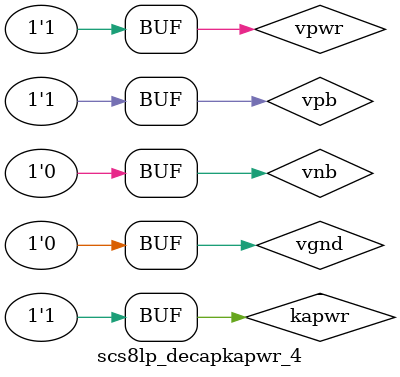
<source format=v>
`celldefine
`timescale 1ns / 1ps

module scs8lp_decapkapwr_4  (

`ifdef SC_USE_PG_PIN
input kapwr,
input vpwr,
input vgnd,
input vpb,
input vnb
`endif

);

`ifdef functional
`else
`ifdef SC_USE_PG_PIN
`else
supply1 kapwr;
supply1 vpwr;
supply0 vgnd;
supply1 vpb;
supply0 vnb;
`endif
`endif

endmodule
`endcelldefine

</source>
